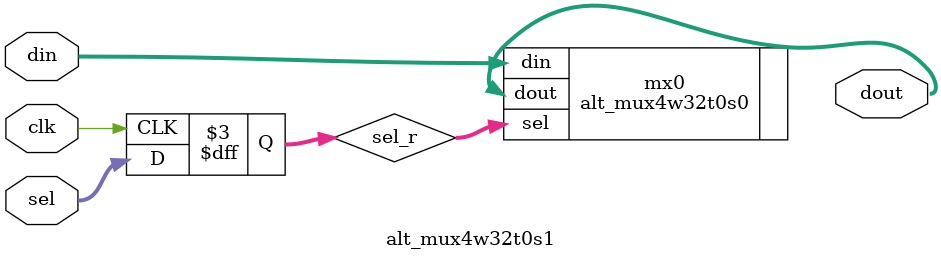
<source format=v>


`timescale 1ps/1ps


module alt_mux4w32t0s1 #(
    parameter SIM_EMULATE = 1'b0
) (
    input clk,
    input [127:0] din,
    input [1:0] sel,
    output [31:0] dout
);

reg [1:0] sel_r = 2'b0 /* synthesis preserve */;
always @(posedge clk) sel_r <= sel;

alt_mux4w32t0s0 mx0 (
    .din(din),
    .sel(sel_r),
    .dout(dout)
);
defparam mx0 .SIM_EMULATE = SIM_EMULATE;

endmodule


</source>
